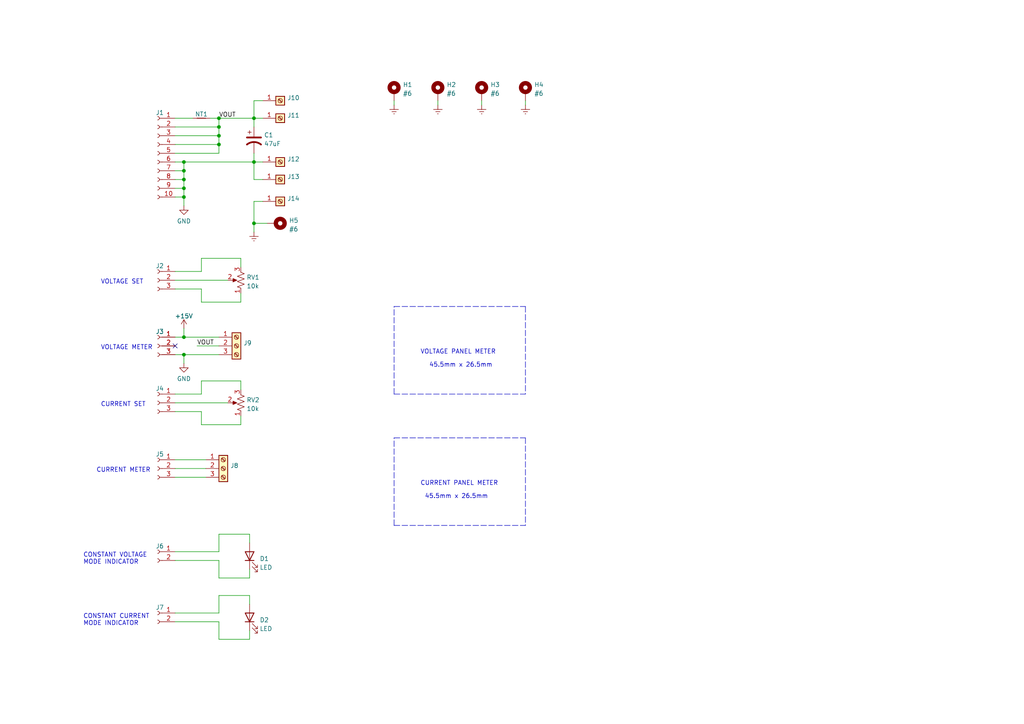
<source format=kicad_sch>
(kicad_sch (version 20211123) (generator eeschema)
  (paper "A4")
  (lib_symbols
    (symbol "Connector:Conn_01x02_Female" (pin_names (offset 1.016) hide)
      (property "Reference" "J" (at 0 2.54 0))
      (property "Value" "Conn_01x02_Female" (at 0 -5.08 0))
      (symbol "Conn_01x02_Female_1_1"
        (arc (start 0 -2.032) (mid -0.508 -2.54) (end 0 -3.048) (stroke (width 0.1524)))
        (polyline (pts (xy -1.27 -2.54) (xy -0.508 -2.54)) (stroke (width 0.1524)))
        (polyline (pts (xy -1.27 0) (xy -0.508 0)) (stroke (width 0.1524)))
        (arc (start 0 0.508) (mid -0.508 0) (end 0 -0.508) (stroke (width 0.1524)))
        (pin passive line (at -5.08 0 0) (length 3.81) (name "Pin_1") (number "1"))
        (pin passive line (at -5.08 -2.54 0) (length 3.81) (name "Pin_2") (number "2"))
      )
    )
    (symbol "Connector:Conn_01x03_Female" (pin_names (offset 1.016) hide)
      (property "Reference" "J" (at 0 5.08 0))
      (property "Value" "Conn_01x03_Female" (at 0 -5.08 0))
      (symbol "Conn_01x03_Female_1_1"
        (arc (start 0 -2.032) (mid -0.508 -2.54) (end 0 -3.048) (stroke (width 0.1524)))
        (polyline (pts (xy -1.27 -2.54) (xy -0.508 -2.54)) (stroke (width 0.1524)))
        (polyline (pts (xy -1.27 0) (xy -0.508 0)) (stroke (width 0.1524)))
        (polyline (pts (xy -1.27 2.54) (xy -0.508 2.54)) (stroke (width 0.1524)))
        (arc (start 0 0.508) (mid -0.508 0) (end 0 -0.508) (stroke (width 0.1524)))
        (arc (start 0 3.048) (mid -0.508 2.54) (end 0 2.032) (stroke (width 0.1524)))
        (pin passive line (at -5.08 2.54 0) (length 3.81) (name "Pin_1") (number "1"))
        (pin passive line (at -5.08 0 0) (length 3.81) (name "Pin_2") (number "2"))
        (pin passive line (at -5.08 -2.54 0) (length 3.81) (name "Pin_3") (number "3"))
      )
    )
    (symbol "Connector:Conn_01x10_Female" (pin_names (offset 1.016) hide)
      (property "Reference" "J" (at 0 12.7 0))
      (property "Value" "Conn_01x10_Female" (at 0 -15.24 0))
      (symbol "Conn_01x10_Female_1_1"
        (arc (start 0 -12.192) (mid -0.508 -12.7) (end 0 -13.208) (stroke (width 0.1524)))
        (arc (start 0 -9.652) (mid -0.508 -10.16) (end 0 -10.668) (stroke (width 0.1524)))
        (arc (start 0 -7.112) (mid -0.508 -7.62) (end 0 -8.128) (stroke (width 0.1524)))
        (arc (start 0 -4.572) (mid -0.508 -5.08) (end 0 -5.588) (stroke (width 0.1524)))
        (arc (start 0 -2.032) (mid -0.508 -2.54) (end 0 -3.048) (stroke (width 0.1524)))
        (polyline (pts (xy -1.27 -12.7) (xy -0.508 -12.7)) (stroke (width 0.1524)))
        (polyline (pts (xy -1.27 -10.16) (xy -0.508 -10.16)) (stroke (width 0.1524)))
        (polyline (pts (xy -1.27 -7.62) (xy -0.508 -7.62)) (stroke (width 0.1524)))
        (polyline (pts (xy -1.27 -5.08) (xy -0.508 -5.08)) (stroke (width 0.1524)))
        (polyline (pts (xy -1.27 -2.54) (xy -0.508 -2.54)) (stroke (width 0.1524)))
        (polyline (pts (xy -1.27 0) (xy -0.508 0)) (stroke (width 0.1524)))
        (polyline (pts (xy -1.27 2.54) (xy -0.508 2.54)) (stroke (width 0.1524)))
        (polyline (pts (xy -1.27 5.08) (xy -0.508 5.08)) (stroke (width 0.1524)))
        (polyline (pts (xy -1.27 7.62) (xy -0.508 7.62)) (stroke (width 0.1524)))
        (polyline (pts (xy -1.27 10.16) (xy -0.508 10.16)) (stroke (width 0.1524)))
        (arc (start 0 0.508) (mid -0.508 0) (end 0 -0.508) (stroke (width 0.1524)))
        (arc (start 0 3.048) (mid -0.508 2.54) (end 0 2.032) (stroke (width 0.1524)))
        (arc (start 0 5.588) (mid -0.508 5.08) (end 0 4.572) (stroke (width 0.1524)))
        (arc (start 0 8.128) (mid -0.508 7.62) (end 0 7.112) (stroke (width 0.1524)))
        (arc (start 0 10.668) (mid -0.508 10.16) (end 0 9.652) (stroke (width 0.1524)))
        (pin passive line (at -5.08 10.16 0) (length 3.81) (name "Pin_1") (number "1"))
        (pin passive line (at -5.08 -12.7 0) (length 3.81) (name "Pin_10") (number "10"))
        (pin passive line (at -5.08 7.62 0) (length 3.81) (name "Pin_2") (number "2"))
        (pin passive line (at -5.08 5.08 0) (length 3.81) (name "Pin_3") (number "3"))
        (pin passive line (at -5.08 2.54 0) (length 3.81) (name "Pin_4") (number "4"))
        (pin passive line (at -5.08 0 0) (length 3.81) (name "Pin_5") (number "5"))
        (pin passive line (at -5.08 -2.54 0) (length 3.81) (name "Pin_6") (number "6"))
        (pin passive line (at -5.08 -5.08 0) (length 3.81) (name "Pin_7") (number "7"))
        (pin passive line (at -5.08 -7.62 0) (length 3.81) (name "Pin_8") (number "8"))
        (pin passive line (at -5.08 -10.16 0) (length 3.81) (name "Pin_9") (number "9"))
      )
    )
    (symbol "Connector:Screw_Terminal_01x01" (pin_names (offset 1.016) hide)
      (property "Reference" "J" (at 0 2.54 0))
      (property "Value" "Screw_Terminal_01x01" (at 0 -2.54 0))
      (symbol "Screw_Terminal_01x01_1_1"
        (rectangle (start -1.27 1.27) (end 1.27 -1.27) (stroke (width 0.254)) (fill (type background)))
        (polyline (pts (xy -0.5334 0.3302) (xy 0.3302 -0.508)) (stroke (width 0.1524)))
        (polyline (pts (xy -0.3556 0.508) (xy 0.508 -0.3302)) (stroke (width 0.1524)))
        (circle (center 0 0) (radius 0.635) (stroke (width 0.1524)))
        (pin passive line (at -5.08 0 0) (length 3.81) (name "Pin_1") (number "1"))
      )
    )
    (symbol "Connector:Screw_Terminal_01x03" (pin_names (offset 1.016) hide)
      (property "Reference" "J" (at 0 5.08 0))
      (property "Value" "Screw_Terminal_01x03" (at 0 -5.08 0))
      (symbol "Screw_Terminal_01x03_1_1"
        (rectangle (start -1.27 3.81) (end 1.27 -3.81) (stroke (width 0.254)) (fill (type background)))
        (circle (center 0 -2.54) (radius 0.635) (stroke (width 0.1524)))
        (polyline (pts (xy -0.5334 -2.2098) (xy 0.3302 -3.048)) (stroke (width 0.1524)))
        (polyline (pts (xy -0.5334 0.3302) (xy 0.3302 -0.508)) (stroke (width 0.1524)))
        (polyline (pts (xy -0.5334 2.8702) (xy 0.3302 2.032)) (stroke (width 0.1524)))
        (polyline (pts (xy -0.3556 -2.032) (xy 0.508 -2.8702)) (stroke (width 0.1524)))
        (polyline (pts (xy -0.3556 0.508) (xy 0.508 -0.3302)) (stroke (width 0.1524)))
        (polyline (pts (xy -0.3556 3.048) (xy 0.508 2.2098)) (stroke (width 0.1524)))
        (circle (center 0 0) (radius 0.635) (stroke (width 0.1524)))
        (circle (center 0 2.54) (radius 0.635) (stroke (width 0.1524)))
        (pin passive line (at -5.08 2.54 0) (length 3.81) (name "Pin_1") (number "1"))
        (pin passive line (at -5.08 0 0) (length 3.81) (name "Pin_2") (number "2"))
        (pin passive line (at -5.08 -2.54 0) (length 3.81) (name "Pin_3") (number "3"))
      )
    )
    (symbol "Device:C_Polarized_US" (pin_numbers hide) (pin_names (offset 0.254) hide)
      (property "Reference" "C" (at 0.635 2.54 0))
      (property "Value" "C_Polarized_US" (at 0.635 -2.54 0))
      (symbol "C_Polarized_US_0_1"
        (polyline (pts (xy -2.032 0.762) (xy 2.032 0.762)) (stroke (width 0.508)))
        (polyline (pts (xy -1.778 2.286) (xy -0.762 2.286)))
        (polyline (pts (xy -1.27 1.778) (xy -1.27 2.794)))
        (arc (start 2.032 -1.27) (mid 0 -0.5572) (end -2.032 -1.27) (stroke (width 0.508)))
      )
      (symbol "C_Polarized_US_1_1"
        (pin passive line (at 0 3.81 270) (length 2.794) (name "~") (number "1"))
        (pin passive line (at 0 -3.81 90) (length 3.302) (name "~") (number "2"))
      )
    )
    (symbol "Device:LED" (pin_numbers hide) (pin_names (offset 1.016) hide)
      (property "Reference" "D" (at 0 2.54 0))
      (property "Value" "LED" (at 0 -2.54 0))
      (symbol "LED_0_1"
        (polyline (pts (xy -1.27 -1.27) (xy -1.27 1.27)) (stroke (width 0.254)))
        (polyline (pts (xy -1.27 0) (xy 1.27 0)))
        (polyline (pts (xy 1.27 -1.27) (xy 1.27 1.27) (xy -1.27 0) (xy 1.27 -1.27)) (stroke (width 0.254)))
        (polyline (pts (xy -3.048 -0.762) (xy -4.572 -2.286) (xy -3.81 -2.286) (xy -4.572 -2.286) (xy -4.572 -1.524)))
        (polyline (pts (xy -1.778 -0.762) (xy -3.302 -2.286) (xy -2.54 -2.286) (xy -3.302 -2.286) (xy -3.302 -1.524)))
      )
      (symbol "LED_1_1"
        (pin passive line (at -3.81 0 0) (length 2.54) (name "K") (number "1"))
        (pin passive line (at 3.81 0 180) (length 2.54) (name "A") (number "2"))
      )
    )
    (symbol "Device:NetTie_2" (pin_numbers hide) (pin_names (offset 0) hide)
      (property "Reference" "NT" (at 0 1.27 0))
      (property "Value" "NetTie_2" (at 0 -1.27 0))
      (symbol "NetTie_2_0_1"
        (polyline (pts (xy -1.27 0) (xy 1.27 0)) (stroke (width 0.254)))
      )
      (symbol "NetTie_2_1_1"
        (pin passive line (at -2.54 0 0) (length 2.54) (name "1") (number "1"))
        (pin passive line (at 2.54 0 180) (length 2.54) (name "2") (number "2"))
      )
    )
    (symbol "Device:R_Potentiometer_US" (pin_names (offset 1.016) hide)
      (property "Reference" "RV" (at -4.445 0 90))
      (property "Value" "R_Potentiometer_US" (at -2.54 0 90))
      (symbol "R_Potentiometer_US_0_1"
        (polyline (pts (xy 0 -2.286) (xy 0 -2.54)))
        (polyline (pts (xy 0 2.54) (xy 0 2.286)))
        (polyline (pts (xy 2.54 0) (xy 1.524 0)))
        (polyline (pts (xy 1.143 0) (xy 2.286 0.508) (xy 2.286 -0.508) (xy 1.143 0)) (fill (type outline)))
        (polyline (pts (xy 0 -0.762) (xy 1.016 -1.143) (xy 0 -1.524) (xy -1.016 -1.905) (xy 0 -2.286)))
        (polyline (pts (xy 0 0.762) (xy 1.016 0.381) (xy 0 0) (xy -1.016 -0.381) (xy 0 -0.762)))
        (polyline (pts (xy 0 2.286) (xy 1.016 1.905) (xy 0 1.524) (xy -1.016 1.143) (xy 0 0.762)))
      )
      (symbol "R_Potentiometer_US_1_1"
        (pin passive line (at 0 3.81 270) (length 1.27) (name "1") (number "1"))
        (pin passive line (at 3.81 0 180) (length 1.27) (name "2") (number "2"))
        (pin passive line (at 0 -3.81 90) (length 1.27) (name "3") (number "3"))
      )
    )
    (symbol "Mechanical:MountingHole_Pad" (pin_numbers hide) (pin_names (offset 1.016) hide)
      (property "Reference" "H" (at 0 6.35 0))
      (property "Value" "MountingHole_Pad" (at 0 4.445 0))
      (symbol "MountingHole_Pad_0_1"
        (circle (center 0 1.27) (radius 1.27) (stroke (width 1.27)))
      )
      (symbol "MountingHole_Pad_1_1"
        (pin input line (at 0 -2.54 90) (length 2.54) (name "1") (number "1"))
      )
    )
    (symbol "power:+15V" (power) (pin_names (offset 0))
      (property "Value" "+15V" (at 0 3.556 0))
      (symbol "+15V_0_1"
        (polyline (pts (xy -0.762 1.27) (xy 0 2.54)))
        (polyline (pts (xy 0 0) (xy 0 2.54)))
        (polyline (pts (xy 0 2.54) (xy 0.762 1.27)))
      )
      (symbol "+15V_1_1"
        (pin power_in line (at 0 0 90) (length 0) hide (name "+15V") (number "1"))
      )
    )
    (symbol "power:Earth" (power) (pin_names (offset 0))
      (symbol "Earth_0_1"
        (polyline (pts (xy -0.635 -1.905) (xy 0.635 -1.905)))
        (polyline (pts (xy -0.127 -2.54) (xy 0.127 -2.54)))
        (polyline (pts (xy 0 -1.27) (xy 0 0)))
        (polyline (pts (xy 1.27 -1.27) (xy -1.27 -1.27)))
      )
      (symbol "Earth_1_1"
        (pin power_in line (at 0 0 270) (length 0) hide (name "Earth") (number "1"))
      )
    )
    (symbol "power:GND" (power) (pin_names (offset 0))
      (property "Value" "GND" (at 0 -3.81 0))
      (symbol "GND_0_1"
        (polyline (pts (xy 0 0) (xy 0 -1.27) (xy 1.27 -1.27) (xy 0 -2.54) (xy -1.27 -1.27) (xy 0 -1.27)))
      )
      (symbol "GND_1_1"
        (pin power_in line (at 0 0 270) (length 0) hide (name "GND") (number "1"))
      )
    )
  )
  (junction (at 53.34 49.53))
  (junction (at 63.5 36.83))
  (junction (at 53.34 54.61))
  (junction (at 53.34 97.79))
  (junction (at 53.34 102.87))
  (junction (at 53.34 46.99))
  (junction (at 63.5 41.91))
  (junction (at 63.5 39.37))
  (junction (at 53.34 57.15))
  (junction (at 53.34 52.07))
  (junction (at 63.5 34.29))
  (junction (at 73.66 46.99))
  (junction (at 73.66 34.29))
  (junction (at 73.66 64.77))
  (no_connect (at 50.8 100.33))
  (wire (pts (xy 73.66 52.07) (xy 73.66 46.99)))
  (wire (pts (xy 53.34 52.07) (xy 53.34 54.61)))
  (wire (pts (xy 53.34 49.53) (xy 53.34 52.07)))
  (wire (pts (xy 50.8 57.15) (xy 53.34 57.15)))
  (wire (pts (xy 63.5 154.94) (xy 72.39 154.94)))
  (wire (pts (xy 69.85 110.49) (xy 69.85 113.03)))
  (wire (pts (xy 114.3 30.48) (xy 114.3 29.21)))
  (wire (pts (xy 72.39 172.72) (xy 72.39 175.26)))
  (wire (pts (xy 58.42 114.3) (xy 58.42 110.49)))
  (wire (pts (xy 63.5 172.72) (xy 72.39 172.72)))
  (wire (pts (xy 73.66 46.99) (xy 76.2 46.99)))
  (wire (pts (xy 73.66 34.29) (xy 76.2 34.29)))
  (polyline (pts (xy 114.3 152.4) (xy 152.4 152.4)))
  (wire (pts (xy 73.66 44.45) (xy 73.66 46.99)))
  (wire (pts (xy 50.8 135.89) (xy 59.69 135.89)))
  (wire (pts (xy 63.5 185.42) (xy 63.5 180.34)))
  (wire (pts (xy 63.5 44.45) (xy 63.5 41.91)))
  (wire (pts (xy 53.34 54.61) (xy 53.34 57.15)))
  (wire (pts (xy 63.5 162.56) (xy 50.8 162.56)))
  (wire (pts (xy 58.42 74.93) (xy 69.85 74.93)))
  (polyline (pts (xy 114.3 114.3) (xy 152.4 114.3)))
  (wire (pts (xy 50.8 119.38) (xy 58.42 119.38)))
  (wire (pts (xy 53.34 105.41) (xy 53.34 102.87)))
  (wire (pts (xy 50.8 78.74) (xy 58.42 78.74)))
  (wire (pts (xy 72.39 185.42) (xy 63.5 185.42)))
  (wire (pts (xy 72.39 167.64) (xy 63.5 167.64)))
  (wire (pts (xy 76.2 58.42) (xy 73.66 58.42)))
  (wire (pts (xy 152.4 30.48) (xy 152.4 29.21)))
  (wire (pts (xy 69.85 123.19) (xy 69.85 120.65)))
  (wire (pts (xy 53.34 57.15) (xy 53.34 59.69)))
  (wire (pts (xy 58.42 78.74) (xy 58.42 74.93)))
  (wire (pts (xy 58.42 83.82) (xy 58.42 87.63)))
  (wire (pts (xy 50.8 116.84) (xy 66.04 116.84)))
  (wire (pts (xy 53.34 102.87) (xy 50.8 102.87)))
  (wire (pts (xy 69.85 87.63) (xy 69.85 85.09)))
  (wire (pts (xy 63.5 36.83) (xy 63.5 39.37)))
  (wire (pts (xy 63.5 180.34) (xy 50.8 180.34)))
  (wire (pts (xy 50.8 41.91) (xy 63.5 41.91)))
  (wire (pts (xy 72.39 182.88) (xy 72.39 185.42)))
  (wire (pts (xy 57.15 100.33) (xy 63.5 100.33)))
  (wire (pts (xy 50.8 83.82) (xy 58.42 83.82)))
  (wire (pts (xy 53.34 46.99) (xy 53.34 49.53)))
  (wire (pts (xy 63.5 160.02) (xy 63.5 154.94)))
  (wire (pts (xy 139.7 30.48) (xy 139.7 29.21)))
  (wire (pts (xy 63.5 34.29) (xy 60.96 34.29)))
  (wire (pts (xy 73.66 58.42) (xy 73.66 64.77)))
  (wire (pts (xy 58.42 87.63) (xy 69.85 87.63)))
  (wire (pts (xy 53.34 46.99) (xy 73.66 46.99)))
  (wire (pts (xy 58.42 119.38) (xy 58.42 123.19)))
  (wire (pts (xy 50.8 138.43) (xy 59.69 138.43)))
  (wire (pts (xy 58.42 123.19) (xy 69.85 123.19)))
  (polyline (pts (xy 114.3 88.9) (xy 152.4 88.9)))
  (polyline (pts (xy 114.3 114.3) (xy 114.3 88.9)))
  (polyline (pts (xy 114.3 127) (xy 152.4 127)))
  (wire (pts (xy 50.8 97.79) (xy 53.34 97.79)))
  (wire (pts (xy 50.8 52.07) (xy 53.34 52.07)))
  (wire (pts (xy 50.8 34.29) (xy 55.88 34.29)))
  (polyline (pts (xy 114.3 152.4) (xy 114.3 127)))
  (wire (pts (xy 58.42 110.49) (xy 69.85 110.49)))
  (wire (pts (xy 63.5 41.91) (xy 63.5 39.37)))
  (wire (pts (xy 73.66 64.77) (xy 77.47 64.77)))
  (wire (pts (xy 69.85 74.93) (xy 69.85 77.47)))
  (wire (pts (xy 50.8 177.8) (xy 63.5 177.8)))
  (wire (pts (xy 53.34 95.25) (xy 53.34 97.79)))
  (wire (pts (xy 50.8 36.83) (xy 63.5 36.83)))
  (wire (pts (xy 76.2 52.07) (xy 73.66 52.07)))
  (wire (pts (xy 72.39 165.1) (xy 72.39 167.64)))
  (wire (pts (xy 63.5 36.83) (xy 63.5 34.29)))
  (wire (pts (xy 50.8 81.28) (xy 66.04 81.28)))
  (wire (pts (xy 63.5 167.64) (xy 63.5 162.56)))
  (wire (pts (xy 50.8 160.02) (xy 63.5 160.02)))
  (wire (pts (xy 73.66 64.77) (xy 73.66 67.31)))
  (wire (pts (xy 50.8 49.53) (xy 53.34 49.53)))
  (polyline (pts (xy 152.4 88.9) (xy 152.4 114.3)))
  (wire (pts (xy 53.34 102.87) (xy 63.5 102.87)))
  (wire (pts (xy 50.8 133.35) (xy 59.69 133.35)))
  (wire (pts (xy 53.34 97.79) (xy 63.5 97.79)))
  (wire (pts (xy 73.66 34.29) (xy 73.66 36.83)))
  (wire (pts (xy 50.8 44.45) (xy 63.5 44.45)))
  (wire (pts (xy 50.8 46.99) (xy 53.34 46.99)))
  (wire (pts (xy 50.8 114.3) (xy 58.42 114.3)))
  (polyline (pts (xy 152.4 127) (xy 152.4 152.4)))
  (wire (pts (xy 63.5 177.8) (xy 63.5 172.72)))
  (wire (pts (xy 127 30.48) (xy 127 29.21)))
  (wire (pts (xy 76.2 29.21) (xy 73.66 29.21)))
  (wire (pts (xy 63.5 34.29) (xy 73.66 34.29)))
  (wire (pts (xy 50.8 54.61) (xy 53.34 54.61)))
  (wire (pts (xy 73.66 29.21) (xy 73.66 34.29)))
  (wire (pts (xy 72.39 154.94) (xy 72.39 157.48)))
  (wire (pts (xy 50.8 39.37) (xy 63.5 39.37)))
  (text "45.5mm x 26.5mm" (at 124.46 106.68 0) (effects (font (size 1.27 1.27)) (justify left bottom)))
  (text "VOLTAGE METER" (at 29.21 101.6 0) (effects (font (size 1.27 1.27)) (justify left bottom)))
  (text "CURRENT PANEL METER" (at 121.92 140.97 0) (effects (font (size 1.27 1.27)) (justify left bottom)))
  (text "45.5mm x 26.5mm" (at 123.19 144.78 0) (effects (font (size 1.27 1.27)) (justify left bottom)))
  (text "CURRENT METER" (at 27.94 137.16 0) (effects (font (size 1.27 1.27)) (justify left bottom)))
  (text "VOLTAGE PANEL METER" (at 121.92 102.87 0) (effects (font (size 1.27 1.27)) (justify left bottom)))
  (text "CONSTANT CURRENT \nMODE INDICATOR" (at 24.13 181.61 0) (effects (font (size 1.27 1.27)) (justify left bottom)))
  (text "CURRENT SET" (at 29.21 118.11 0) (effects (font (size 1.27 1.27)) (justify left bottom)))
  (text "VOLTAGE SET" (at 29.21 82.55 0) (effects (font (size 1.27 1.27)) (justify left bottom)))
  (text "CONSTANT VOLTAGE \nMODE INDICATOR" (at 24.13 163.83 0) (effects (font (size 1.27 1.27)) (justify left bottom)))
  (label "VOUT" (at 57.15 100.33 0))
  (label "VOUT" (at 63.5 34.29 0))
  (symbol (lib_id "Mechanical:MountingHole_Pad") (at 152.4 26.67 0) (unit 1)
    (property "Reference" "H4" (at 154.94 24.5653 0) (effects (justify left)))
    (property "Value" "#6" (at 154.94 27.1022 0) (effects (justify left)))
    (property "Footprint" "MountingHole:MountingHole_3.7mm_Pad" (effects hide))
  )
  (symbol (lib_id "power:GND") (at 53.34 59.69 0) (unit 1)
    (property "Reference" "#PWR01" (effects hide))
    (property "Value" "GND" (at 53.34 64.1334 0))
  )
  (symbol (lib_id "power:+15V") (at 53.34 95.25 0) (unit 1)
    (property "Reference" "#PWR02" (effects hide))
    (property "Value" "+15V" (at 53.34 91.6742 0))
  )
  (symbol (lib_id "Connector:Screw_Terminal_01x03") (at 68.58 100.33 0) (unit 1)
    (property "Reference" "J9" (at 70.612 99.4953 0) (effects (justify left)))
    (property "Value" "Screw_Terminal_01x03" (effects hide))
    (property "Footprint" "Connector_Phoenix_MC:PhoenixContact_MCV_1,5_3-G-3.81_1x03_P3.81mm_Vertical" (effects hide))
  )
  (symbol (lib_id "Connector:Conn_01x02_Female") (at 45.72 177.8 0) (mirror y) (unit 1)
    (property "Reference" "J7" (at 46.355 176.18 0))
    (property "Value" "Conn_01x02_Female" (effects hide))
    (property "Footprint" "Connector_PinSocket_2.54mm:PinSocket_1x02_P2.54mm_Vertical" (effects hide))
  )
  (symbol (lib_id "power:Earth") (at 152.4 30.48 0) (unit 1)
    (property "Reference" "#PWR08" (effects hide))
    (property "Value" "Earth" (effects hide))
  )
  (symbol (lib_id "Mechanical:MountingHole_Pad") (at 127 26.67 0) (unit 1)
    (property "Reference" "H2" (at 129.54 24.5653 0) (effects (justify left)))
    (property "Value" "#6" (at 129.54 27.1022 0) (effects (justify left)))
    (property "Footprint" "MountingHole:MountingHole_3.7mm_Pad" (effects hide))
  )
  (symbol (lib_id "power:Earth") (at 127 30.48 0) (unit 1)
    (property "Reference" "#PWR06" (effects hide))
    (property "Value" "Earth" (effects hide))
  )
  (symbol (lib_id "Connector:Conn_01x03_Female") (at 45.72 116.84 0) (mirror y) (unit 1)
    (property "Reference" "J4" (at 46.355 112.68 0))
    (property "Value" "Conn_01x03_Female" (effects hide))
    (property "Footprint" "Connector_PinSocket_2.54mm:PinSocket_1x03_P2.54mm_Vertical" (effects hide))
  )
  (symbol (lib_id "Connector:Screw_Terminal_01x01") (at 81.28 34.29 0) (unit 1)
    (property "Reference" "J11" (at 83.312 33.4553 0) (effects (justify left)))
    (property "Value" "Screw_Terminal_01x01" (effects hide))
    (property "Footprint" "MountingHole:MountingHole_5.3mm_M5_Pad_Via" (effects hide))
  )
  (symbol (lib_id "power:Earth") (at 139.7 30.48 0) (unit 1)
    (property "Reference" "#PWR07" (effects hide))
    (property "Value" "Earth" (effects hide))
  )
  (symbol (lib_id "Connector:Conn_01x03_Female") (at 45.72 135.89 0) (mirror y) (unit 1)
    (property "Reference" "J5" (at 46.355 131.73 0))
    (property "Value" "Conn_01x03_Female" (effects hide))
    (property "Footprint" "Connector_PinSocket_2.54mm:PinSocket_1x03_P2.54mm_Vertical" (effects hide))
  )
  (symbol (lib_id "Device:R_Potentiometer_US") (at 69.85 116.84 180) (unit 1)
    (property "Reference" "RV2" (at 71.501 116.0053 0) (effects (justify right)))
    (property "Value" "10k" (at 71.501 118.5422 0) (effects (justify right)))
    (property "Footprint" "Repowered_Potentiometers_THT:Pot_TT_P160KNPD-4FC" (effects hide))
  )
  (symbol (lib_id "Mechanical:MountingHole_Pad") (at 139.7 26.67 0) (unit 1)
    (property "Reference" "H3" (at 142.24 24.5653 0) (effects (justify left)))
    (property "Value" "#6" (at 142.24 27.1022 0) (effects (justify left)))
    (property "Footprint" "MountingHole:MountingHole_3.7mm_Pad" (effects hide))
  )
  (symbol (lib_id "power:Earth") (at 73.66 67.31 0) (unit 1)
    (property "Reference" "#PWR04" (effects hide))
    (property "Value" "Earth" (effects hide))
  )
  (symbol (lib_id "Device:LED") (at 72.39 179.07 90) (unit 1)
    (property "Reference" "D2" (at 75.311 179.8228 90) (effects (justify right)))
    (property "Value" "LED" (at 75.311 182.3597 90) (effects (justify right)))
    (property "Footprint" "LED_THT:LED_D5.0mm" (effects hide))
  )
  (symbol (lib_id "Device:NetTie_2") (at 58.42 34.29 0) (unit 1)
    (property "Reference" "NT1" (at 58.42 33.1272 0))
    (property "Value" "NetTie_2" (effects hide))
    (property "Footprint" "NetTie:NetTie-2_SMD_Pad0.5mm" (effects hide))
  )
  (symbol (lib_id "Connector:Conn_01x10_Female") (at 45.72 44.45 0) (mirror y) (unit 1)
    (property "Reference" "J1" (at 46.355 32.67 0))
    (property "Value" "Conn_01x10_Female" (effects hide))
    (property "Footprint" "Connector_PinSocket_2.54mm:PinSocket_1x10_P2.54mm_Vertical" (effects hide))
  )
  (symbol (lib_id "Connector:Screw_Terminal_01x03") (at 64.77 135.89 0) (unit 1)
    (property "Reference" "J8" (at 66.802 135.0553 0) (effects (justify left)))
    (property "Value" "Screw_Terminal_01x03" (effects hide))
    (property "Footprint" "Connector_Phoenix_MC:PhoenixContact_MCV_1,5_3-G-3.81_1x03_P3.81mm_Vertical" (effects hide))
  )
  (symbol (lib_id "Connector:Screw_Terminal_01x01") (at 81.28 52.07 0) (unit 1)
    (property "Reference" "J13" (at 83.312 51.2353 0) (effects (justify left)))
    (property "Value" "Screw_Terminal_01x01" (effects hide))
    (property "Footprint" "MountingHole:MountingHole_5.3mm_M5_Pad_Via" (effects hide))
  )
  (symbol (lib_id "Connector:Screw_Terminal_01x01") (at 81.28 58.42 0) (unit 1)
    (property "Reference" "J14" (at 83.312 57.5853 0) (effects (justify left)))
    (property "Value" "Screw_Terminal_01x01" (effects hide))
    (property "Footprint" "MountingHole:MountingHole_5.3mm_M5_Pad_Via" (effects hide))
  )
  (symbol (lib_id "Device:R_Potentiometer_US") (at 69.85 81.28 180) (unit 1)
    (property "Reference" "RV1" (at 71.501 80.4453 0) (effects (justify right)))
    (property "Value" "10k" (at 71.501 82.9822 0) (effects (justify right)))
    (property "Footprint" "Repowered_Potentiometers_THT:Pot_TT_P160KNPD-4FC" (effects hide))
  )
  (symbol (lib_id "Mechanical:MountingHole_Pad") (at 80.01 64.77 270) (unit 1)
    (property "Reference" "H5" (at 83.82 63.9353 90) (effects (justify left)))
    (property "Value" "#6" (at 83.82 66.4722 90) (effects (justify left)))
    (property "Footprint" "MountingHole:MountingHole_3.7mm_Pad" (effects hide))
  )
  (symbol (lib_id "Device:C_Polarized_US") (at 73.66 40.64 0) (unit 1)
    (property "Reference" "C1" (at 76.581 39.1703 0) (effects (justify left)))
    (property "Value" "47uF" (at 76.581 41.7072 0) (effects (justify left)))
    (property "Footprint" "Capacitor_THT:CP_Radial_D8.0mm_P3.50mm" (effects hide))
  )
  (symbol (lib_id "power:GND") (at 53.34 105.41 0) (unit 1)
    (property "Reference" "#PWR03" (effects hide))
    (property "Value" "GND" (at 53.34 109.8534 0))
  )
  (symbol (lib_id "power:Earth") (at 114.3 30.48 0) (unit 1)
    (property "Reference" "#PWR05" (effects hide))
    (property "Value" "Earth" (effects hide))
  )
  (symbol (lib_id "Connector:Conn_01x02_Female") (at 45.72 160.02 0) (mirror y) (unit 1)
    (property "Reference" "J6" (at 46.355 158.4 0))
    (property "Value" "Conn_01x02_Female" (effects hide))
    (property "Footprint" "Connector_PinSocket_2.54mm:PinSocket_1x02_P2.54mm_Vertical" (effects hide))
  )
  (symbol (lib_id "Connector:Screw_Terminal_01x01") (at 81.28 29.21 0) (unit 1)
    (property "Reference" "J10" (at 83.312 28.3753 0) (effects (justify left)))
    (property "Value" "Screw_Terminal_01x01" (effects hide))
    (property "Footprint" "MountingHole:MountingHole_5.3mm_M5_Pad_Via" (effects hide))
  )
  (symbol (lib_id "Connector:Screw_Terminal_01x01") (at 81.28 46.99 0) (unit 1)
    (property "Reference" "J12" (at 83.312 46.1553 0) (effects (justify left)))
    (property "Value" "Screw_Terminal_01x01" (effects hide))
    (property "Footprint" "MountingHole:MountingHole_5.3mm_M5_Pad_Via" (effects hide))
  )
  (symbol (lib_id "Connector:Conn_01x03_Female") (at 45.72 81.28 0) (mirror y) (unit 1)
    (property "Reference" "J2" (at 46.355 77.12 0))
    (property "Value" "Conn_01x03_Female" (effects hide))
    (property "Footprint" "Connector_PinSocket_2.54mm:PinSocket_1x03_P2.54mm_Vertical" (effects hide))
  )
  (symbol (lib_id "Mechanical:MountingHole_Pad") (at 114.3 26.67 0) (unit 1)
    (property "Reference" "H1" (at 116.84 24.5653 0) (effects (justify left)))
    (property "Value" "#6" (at 116.84 27.1022 0) (effects (justify left)))
    (property "Footprint" "MountingHole:MountingHole_3.7mm_Pad" (effects hide))
  )
  (symbol (lib_id "Device:LED") (at 72.39 161.29 90) (unit 1)
    (property "Reference" "D1" (at 75.311 162.0428 90) (effects (justify right)))
    (property "Value" "LED" (at 75.311 164.5797 90) (effects (justify right)))
    (property "Footprint" "LED_THT:LED_D5.0mm" (effects hide))
  )
  (symbol (lib_id "Connector:Conn_01x03_Female") (at 45.72 100.33 0) (mirror y) (unit 1)
    (property "Reference" "J3" (at 46.355 96.17 0))
    (property "Value" "Conn_01x03_Female" (effects hide))
    (property "Footprint" "Connector_PinSocket_2.54mm:PinSocket_1x03_P2.54mm_Vertical" (effects hide))
  )
)
</source>
